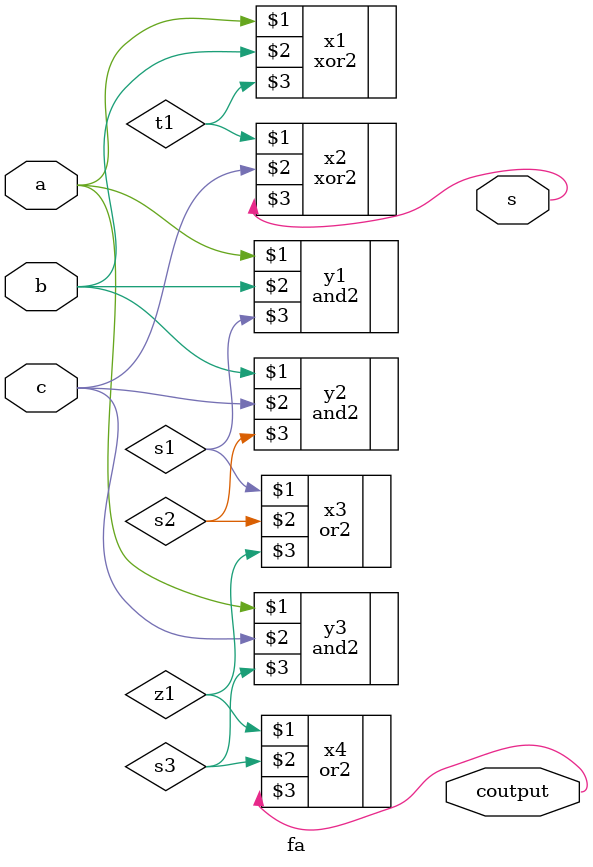
<source format=v>
module alu (input wire [1:0] op, input wire [15:0] i0, i1,
    output wire [15:0] o, output wire cout);
	wire c[14:0];
	alu_slice a0(op,i0[0],i1[0],op[0],o[0],c[0]);
	alu_slice a1(op,i0[1],i1[1],c[0],o[1],c[1]);
	alu_slice a2(op,i0[2],i1[2],c[1],o[2],c[2]);
	alu_slice a3(op,i0[3],i1[3],c[2],o[3],c[3]);
	alu_slice a4(op,i0[4],i1[4],c[3],o[4],c[4]);
	alu_slice a5(op,i0[5],i1[5],c[4],o[5],c[5]);
	alu_slice a6(op,i0[6],i1[6],c[5],o[6],c[6]);
	alu_slice a7(op,i0[7],i1[7],c[6],o[7],c[7]);
	alu_slice a8(op,i0[8],i1[8],c[7],o[8],c[8]);
	alu_slice a9(op,i0[9],i1[9],c[8],o[9],c[9]);
	alu_slice a10(op,i0[10],i1[10],c[9],o[10],c[10]);
	alu_slice a11(op,i0[11],i1[11],c[10],o[11],c[11]);
	alu_slice a12(op,i0[12],i1[12],c[11],o[12],c[12]);
	alu_slice a13(op,i0[13],i1[13],c[12],o[13],c[13]);
	alu_slice a14(op,i0[14],i1[14],c[13],o[14],c[14]);
	alu_slice a15(op,i0[15],i1[15],c[14],o[15],cout);
endmodule
module alu_slice(input wire [1:0] op,input wire i0,i1,cin,output wire o,carry);
	wire f1;
	fa16 b0(i0,i1,cin,f1,carry);
	wire t1,t2,t3;
	and2 b1(i0,i1,t1);
	or2 b2(i0,i1,t2);
	mux2 b3(t1,t2,op[0],t3);
	mux2 b4(t3,f1,op[1],o);
endmodule
module fa16(input wire i0,i1,cin,output wire o,carry);
	wire t4;
	xor2 c1(i1,cin,t4);
	fa c2(i0,t4,cin,o,carry);
endmodule
module fa(input wire a,b,c,output wire s,output wire coutput);
	wire t1;
	xor2 x1(a,b,t1);
	xor2 x2(t1,c,s);
	wire s1;
	and2 y1(a,b,s1);
	wire s2;
	and2 y2(b,c,s2);
	wire s3;
	and2 y3(a,c,s3);
	wire z1;
	or2 x3(s1,s2,z1);
	or2 x4(z1,s3,coutput);
endmodule

</source>
